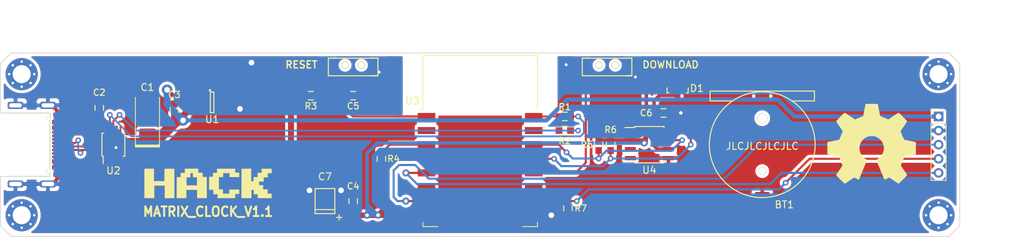
<source format=kicad_pcb>
(kicad_pcb (version 20171130) (host pcbnew "(5.1.4)-1")
  (layers (0 F.Cu signal) (31 B.Cu signal) (34 B.Paste user) (35 F.Paste user) (36 B.SilkS user) (37 F.SilkS user) (38 B.Mask user) (39 F.Mask user) (44 Edge.Cuts user))
  (net 0 "")
  (net 1 GND)
  (net 2 +3V3)
  (net 3 +5V)
  (net 4 "Net-(R1-Pad1)")
  (net 5 "Net-(R2-Pad1)")
  (net 6 "Net-(U1-Pad4)")
  (net 7 /USB_D-)
  (net 8 /USB_D+)
  (net 9 "Net-(P3-PadA5)")
  (net 10 "Net-(P3-PadB5)")
  (net 11 "Net-(C2-Pad2)")
  (net 12 "Net-(U2-Pad4)")
  (net 13 "Net-(U2-Pad5)")
  (net 14 "Net-(U2-Pad6)")
  (net 15 "Net-(BT1-Pad1)")
  (net 16 "Net-(C5-Pad2)")
  (net 17 "Net-(C6-Pad2)")
  (net 18 /DIN)
  (net 19 /CS)
  (net 20 /CLK)
  (net 21 /RXD)
  (net 22 /TXD)
  (net 23 "Net-(R4-Pad1)")
  (net 24 /SDA)
  (net 25 /SCL)
  (net 26 "Net-(U3-Pad2)")
  (net 27 "Net-(U3-Pad4)")
  (net 28 "Net-(U3-Pad6)")
  (net 29 "Net-(U3-Pad9)")
  (net 30 "Net-(U3-Pad10)")
  (net 31 "Net-(U3-Pad11)")
  (net 32 "Net-(U3-Pad12)")
  (net 33 "Net-(U3-Pad13)")
  (net 34 "Net-(U3-Pad14)")
  (net 35 "Net-(U3-Pad17)")
  (net 36 "Net-(U4-Pad1)")
  (net 37 "Net-(U4-Pad3)")
  (net 38 "Net-(U4-Pad4)")
  (net 39 "Net-(SW2-Pad2)")
  (module NewLibCool:Tan-6032-20_AVX-F_NEW (layer F.Cu) (at 52.83 96.29 90)
    (fp_text reference C1 (at 4.42 0 180) (layer F.SilkS))
    (fp_text value 100uF)
    (pad 2 smd roundrect (at 2.4625 0 90) (size 2.075 2.35) (layers F.Cu F.Paste F.Mask) (roundrect_rratio 0.120482) (net 1 GND))
    (pad 1 smd roundrect (at -2.4625 0 90) (size 2.075 2.35) (layers F.Cu F.Paste F.Mask) (roundrect_rratio 0.120482) (net 3 +5V))
  )
  (module NewLibCool:O_2.5mm (layer F.Cu) (at 165 110)
    (fp_text reference REF** hide)
    (fp_text value O_2.5mm)
    (pad 1 thru_hole circle (at 1.26 -1.26) (size 0.6 0.6) (drill 0.35) (layers *.Cu *.Mask))
    (pad 1 thru_hole circle (at 1.78 0) (size 0.6 0.6) (drill 0.35) (layers *.Cu *.Mask))
    (pad 1 thru_hole circle (at 0 0) (size 4.56 4.56) (drill 2.56) (layers *.Cu *.Mask))
    (pad 1 thru_hole circle (at 1.26 1.26) (size 0.6 0.6) (drill 0.35) (layers *.Cu *.Mask))
    (pad 1 thru_hole circle (at 0 1.78) (size 0.6 0.6) (drill 0.35) (layers *.Cu *.Mask))
    (pad 1 thru_hole circle (at -1.78 0) (size 0.6 0.6) (drill 0.35) (layers *.Cu *.Mask))
    (pad 1 thru_hole circle (at -1.26 1.26) (size 0.6 0.6) (drill 0.35) (layers *.Cu *.Mask))
    (pad 1 thru_hole circle (at 0 -1.78) (size 0.6 0.6) (drill 0.35) (layers *.Cu *.Mask))
    (pad 1 thru_hole circle (at -1.26 -1.26) (size 0.6 0.6) (drill 0.35) (layers *.Cu *.Mask))
  )
  (module NewLibCool:O_2.5mm (layer F.Cu) (at 165 90)
    (fp_text reference REF** hide)
    (fp_text value O_2.5mm)
    (pad 1 thru_hole circle (at -1.26 -1.26) (size 0.6 0.6) (drill 0.35) (layers *.Cu *.Mask))
    (pad 1 thru_hole circle (at 0 -1.78) (size 0.6 0.6) (drill 0.35) (layers *.Cu *.Mask))
    (pad 1 thru_hole circle (at -1.26 1.26) (size 0.6 0.6) (drill 0.35) (layers *.Cu *.Mask))
    (pad 1 thru_hole circle (at -1.78 0) (size 0.6 0.6) (drill 0.35) (layers *.Cu *.Mask))
    (pad 1 thru_hole circle (at 0 1.78) (size 0.6 0.6) (drill 0.35) (layers *.Cu *.Mask))
    (pad 1 thru_hole circle (at 1.26 1.26) (size 0.6 0.6) (drill 0.35) (layers *.Cu *.Mask))
    (pad 1 thru_hole circle (at 0 0) (size 4.56 4.56) (drill 2.56) (layers *.Cu *.Mask))
    (pad 1 thru_hole circle (at 1.78 0) (size 0.6 0.6) (drill 0.35) (layers *.Cu *.Mask))
    (pad 1 thru_hole circle (at 1.26 -1.26) (size 0.6 0.6) (drill 0.35) (layers *.Cu *.Mask))
  )
  (module NewLibCool:O_2.5mm (layer F.Cu) (at 35 110)
    (fp_text reference REF** hide)
    (fp_text value O_2.5mm)
    (pad 1 thru_hole circle (at -1.26 -1.26) (size 0.6 0.6) (drill 0.35) (layers *.Cu *.Mask))
    (pad 1 thru_hole circle (at 0 -1.78) (size 0.6 0.6) (drill 0.35) (layers *.Cu *.Mask))
    (pad 1 thru_hole circle (at -1.26 1.26) (size 0.6 0.6) (drill 0.35) (layers *.Cu *.Mask))
    (pad 1 thru_hole circle (at -1.78 0) (size 0.6 0.6) (drill 0.35) (layers *.Cu *.Mask))
    (pad 1 thru_hole circle (at 0 1.78) (size 0.6 0.6) (drill 0.35) (layers *.Cu *.Mask))
    (pad 1 thru_hole circle (at 1.26 1.26) (size 0.6 0.6) (drill 0.35) (layers *.Cu *.Mask))
    (pad 1 thru_hole circle (at 0 0) (size 4.56 4.56) (drill 2.56) (layers *.Cu *.Mask))
    (pad 1 thru_hole circle (at 1.78 0) (size 0.6 0.6) (drill 0.35) (layers *.Cu *.Mask))
    (pad 1 thru_hole circle (at 1.26 -1.26) (size 0.6 0.6) (drill 0.35) (layers *.Cu *.Mask))
  )
  (module NewLibCool:O_2.5mm (layer F.Cu) (at 35 90)
    (fp_text reference REF** hide)
    (fp_text value O_2.5mm)
    (pad 1 thru_hole circle (at 1.26 -1.26) (size 0.6 0.6) (drill 0.35) (layers *.Cu *.Mask))
    (pad 1 thru_hole circle (at 1.78 0) (size 0.6 0.6) (drill 0.35) (layers *.Cu *.Mask))
    (pad 1 thru_hole circle (at 0 0) (size 4.56 4.56) (drill 2.56) (layers *.Cu *.Mask))
    (pad 1 thru_hole circle (at 1.26 1.26) (size 0.6 0.6) (drill 0.35) (layers *.Cu *.Mask))
    (pad 1 thru_hole circle (at 0 1.78) (size 0.6 0.6) (drill 0.35) (layers *.Cu *.Mask))
    (pad 1 thru_hole circle (at -1.78 0) (size 0.6 0.6) (drill 0.35) (layers *.Cu *.Mask))
    (pad 1 thru_hole circle (at -1.26 1.26) (size 0.6 0.6) (drill 0.35) (layers *.Cu *.Mask))
    (pad 1 thru_hole circle (at 0 -1.78) (size 0.6 0.6) (drill 0.35) (layers *.Cu *.Mask))
    (pad 1 thru_hole circle (at -1.26 -1.26) (size 0.6 0.6) (drill 0.35) (layers *.Cu *.Mask))
  )
  (module Package_SO:TSSOP-10_3x3mm_P0.5mm (layer F.Cu) (at 48 100 90)
    (fp_text reference U2 (at -3.68 0.01 180) (layer F.SilkS))
    (fp_text value CH340E hide)
    (pad 1 smd rect (at -2.15 -1 90) (size 1.1 0.25) (layers F.Cu F.Paste F.Mask) (net 8 /USB_D+))
    (pad 2 smd rect (at -2.15 -0.5 90) (size 1.1 0.25) (layers F.Cu F.Paste F.Mask) (net 7 /USB_D-))
    (pad 3 smd rect (at -2.15 0 90) (size 1.1 0.25) (layers F.Cu F.Paste F.Mask) (net 1 GND))
    (pad 4 smd rect (at -2.15 0.5 90) (size 1.1 0.25) (layers F.Cu F.Paste F.Mask) (net 12 "Net-(U2-Pad4)"))
    (pad 5 smd rect (at -2.15 1 90) (size 1.1 0.25) (layers F.Cu F.Paste F.Mask) (net 13 "Net-(U2-Pad5)"))
    (pad 6 smd rect (at 2.15 1 90) (size 1.1 0.25) (layers F.Cu F.Paste F.Mask) (net 14 "Net-(U2-Pad6)"))
    (pad 7 smd rect (at 2.15 0.5 90) (size 1.1 0.25) (layers F.Cu F.Paste F.Mask) (net 3 +5V))
    (pad 8 smd rect (at 2.15 0 90) (size 1.1 0.25) (layers F.Cu F.Paste F.Mask) (net 5 "Net-(R2-Pad1)"))
    (pad 9 smd rect (at 2.15 -0.5 90) (size 1.1 0.25) (layers F.Cu F.Paste F.Mask) (net 4 "Net-(R1-Pad1)"))
    (pad 10 smd rect (at 2.15 -1 90) (size 1.1 0.25) (layers F.Cu F.Paste F.Mask) (net 11 "Net-(C2-Pad2)"))
  )
  (module NewLibCool:CON1 (layer F.Cu) (at 38.15 97.82 90)
    (fp_text reference P665 hide)
    (fp_text value CON_1 hide)
    (pad 1 thru_hole circle (at 1.57 0.65 90) (size 0.62 0.62) (drill 0.6) (layers *.Cu *.Mask F.SilkS))
  )
  (module NewLibCool:USB-Type-C (layer F.Cu) (at 40 100 270)
    (fp_text reference P3 hide)
    (fp_text value USB_C_Plug_USB2.0 hide)
    (pad A6 smd rect (at -0.25 0 270) (size 0.3 1.4) (layers F.Cu F.Paste F.Mask) (net 8 /USB_D+))
    (pad A4 smd rect (at -2.4 0 270) (size 0.6 1.4) (layers F.Cu F.Paste F.Mask) (net 3 +5V))
    (pad A5 smd rect (at -1.75 0 270) (size 0.3 1.4) (layers F.Cu F.Paste F.Mask) (net 9 "Net-(P3-PadA5)"))
    (pad B5 smd rect (at 1.25 0 270) (size 0.3 1.4) (layers F.Cu F.Paste F.Mask) (net 10 "Net-(P3-PadB5)"))
    (pad S1 thru_hole roundrect (at -5.575 5.88 270) (size 1 2.2) (drill oval 0.6 1.8) (layers *.Cu *.Mask) (net 1 GND))
    (pad A7 smd rect (at -0.75 0 270) (size 0.3 1.4) (layers F.Cu F.Paste F.Mask) (net 7 /USB_D-))
    (pad S1 thru_hole roundrect (at 5.575 1.28 270) (size 1 2.2) (drill oval 0.6 1.8) (layers *.Cu *.Mask) (net 1 GND))
    (pad A1 smd rect (at -3.2 0 270) (size 0.6 1.4) (layers F.Cu F.Paste F.Mask) (net 1 GND))
    (pad S1 thru_hole roundrect (at 5.575 5.88 270) (size 1 2.2) (drill oval 0.6 1.8) (layers *.Cu *.Mask) (net 1 GND))
    (pad A4 smd rect (at 2.4 0 270) (size 0.6 1.4) (layers F.Cu F.Paste F.Mask) (net 3 +5V))
    (pad A6 smd rect (at 0.75 0 270) (size 0.3 1.4) (layers F.Cu F.Paste F.Mask) (net 8 /USB_D+))
    (pad A5 smd rect (at -1.25 0 270) (size 0.3 1.4) (layers F.Cu F.Paste F.Mask) (net 9 "Net-(P3-PadA5)"))
    (pad S1 thru_hole roundrect (at -5.575 1.28 270) (size 1 2.2) (drill oval 0.6 1.8) (layers *.Cu *.Mask) (net 1 GND))
    (pad S1 smd rect (at 3.2 0 270) (size 0.6 1.4) (layers F.Cu F.Paste F.Mask) (net 1 GND))
    (pad A7 smd rect (at 0.25 0 270) (size 0.3 1.4) (layers F.Cu F.Paste F.Mask) (net 7 /USB_D-))
    (pad B5 smd rect (at 1.75 0 270) (size 0.3 1.4) (layers F.Cu F.Paste F.Mask) (net 10 "Net-(P3-PadB5)"))
  )
  (module NewLibCool:CON1 (layer F.Cu) (at 38.15 102.82 90)
    (fp_text reference P666 hide)
    (fp_text value CON_1 hide)
    (pad 1 thru_hole circle (at -0.93 0.65 90) (size 0.62 0.62) (drill 0.6) (layers *.Cu *.Mask F.SilkS))
  )
  (module NewLibCool:CR1220-SMD (layer F.Cu) (at 140 100 90)
    (fp_text reference BT1 (at -8.5 3.13 180) (layer F.SilkS))
    (fp_text value "BATTERY(M)")
    (pad 2 smd rect (at -8.5 0 90) (size 3.6 2) (layers F.Cu F.Paste F.Mask) (net 1 GND))
    (pad 1 smd rect (at 8.5 0 90) (size 3.6 2) (layers F.Cu F.Paste F.Mask) (net 15 "Net-(BT1-Pad1)"))
    (pad 0 thru_hole circle (at -3.75 0 90) (size 1.1 1.1) (drill 1) (layers *.Cu *.Mask F.SilkS))
    (pad 0 thru_hole circle (at 3.75 0 90) (size 1.4 1.4) (drill 1.3) (layers *.Cu *.Mask F.SilkS))
  )
  (module NewLibCool:0603_C (layer F.Cu) (at 46 94.78 270)
    (fp_text reference C2 (at -2.18 0) (layer F.SilkS) (effects (font (size 0.9 0.9))))
    (fp_text value 0.1uF hide)
    (pad 1 smd rect (at -0.82 0 270) (size 0.965 0.92) (layers F.Cu F.Paste F.Mask) (net 1 GND))
    (pad 2 smd rect (at 0.82 0 270) (size 0.965 0.92) (layers F.Cu F.Paste F.Mask) (net 11 "Net-(C2-Pad2)"))
  )
  (module NewLibCool:0603_C (layer F.Cu) (at 56.65 95.08 270)
    (fp_text reference C3 (at -2.16 0) (layer F.SilkS) (effects (font (size 0.9 0.9))))
    (fp_text value 1uF hide)
    (pad 2 smd rect (at 0.82 0 270) (size 0.965 0.92) (layers F.Cu F.Paste F.Mask) (net 3 +5V))
    (pad 1 smd rect (at -0.82 0 270) (size 0.965 0.92) (layers F.Cu F.Paste F.Mask) (net 1 GND))
  )
  (module NewLibCool:0603_C (layer F.Cu) (at 82 108 270)
    (fp_text reference C4 (at -2.11 0) (layer F.SilkS) (effects (font (size 0.9 0.9))))
    (fp_text value 1uF hide)
    (pad 1 smd rect (at -0.82 0 270) (size 0.965 0.92) (layers F.Cu F.Paste F.Mask) (net 1 GND))
    (pad 2 smd rect (at 0.82 0 270) (size 0.965 0.92) (layers F.Cu F.Paste F.Mask) (net 2 +3V3))
  )
  (module NewLibCool:0603_C (layer F.Cu) (at 126 95.5 180)
    (fp_text reference C6 (at 2.45 0) (layer F.SilkS) (effects (font (size 0.9 0.9))))
    (fp_text value 0.1uF hide)
    (pad 2 smd rect (at 0.82 0 180) (size 0.965 0.92) (layers F.Cu F.Paste F.Mask) (net 17 "Net-(C6-Pad2)"))
    (pad 1 smd rect (at -0.82 0 180) (size 0.965 0.92) (layers F.Cu F.Paste F.Mask) (net 1 GND))
  )
  (module NewLibCool:SOT-23 (layer F.Cu) (at 128 92 180)
    (fp_text reference D1 (at -2.73 -0.01 180) (layer F.SilkS))
    (fp_text value BAT54C)
    (pad 1 smd rect (at -0.95 1.00076 180) (size 0.8001 0.8001) (layers F.Cu F.Paste F.Mask) (net 15 "Net-(BT1-Pad1)"))
    (pad 2 smd rect (at 0.95 1.00076 180) (size 0.8001 0.8001) (layers F.Cu F.Paste F.Mask) (net 2 +3V3))
    (pad 3 smd rect (at 0 -0.99822 180) (size 0.8001 0.8001) (layers F.Cu F.Paste F.Mask) (net 17 "Net-(C6-Pad2)"))
  )
  (module Connector_PinHeader_2.00mm:PinHeader_1x05_P2.00mm_Vertical (layer F.Cu) (at 165 96)
    (fp_text reference J1 hide)
    (fp_text value Conn_01x05_Male)
    (pad 1 thru_hole rect (at 0 0) (size 1.35 1.35) (drill 0.8) (layers *.Cu *.Mask) (net 3 +5V))
    (pad 2 thru_hole oval (at 0 2) (size 1.35 1.35) (drill 0.8) (layers *.Cu *.Mask) (net 1 GND))
    (pad 3 thru_hole oval (at 0 4) (size 1.35 1.35) (drill 0.8) (layers *.Cu *.Mask) (net 18 /DIN))
    (pad 4 thru_hole oval (at 0 6) (size 1.35 1.35) (drill 0.8) (layers *.Cu *.Mask) (net 19 /CS))
    (pad 5 thru_hole oval (at 0 8) (size 1.35 1.35) (drill 0.8) (layers *.Cu *.Mask) (net 20 /CLK))
  )
  (module NewLibCool:0603_R (layer F.Cu) (at 112 96 180)
    (fp_text reference R1 (at 0 1.35) (layer F.SilkS) (effects (font (size 0.9 0.9))))
    (fp_text value "RES(M)" hide)
    (pad 1 smd rect (at -0.82 0 180) (size 0.965 0.92) (layers F.Cu F.Paste F.Mask) (net 4 "Net-(R1-Pad1)"))
    (pad 2 smd rect (at 0.82 0 180) (size 0.965 0.92) (layers F.Cu F.Paste F.Mask) (net 21 /RXD))
  )
  (module NewLibCool:0603_R (layer F.Cu) (at 112 98 180)
    (fp_text reference R2 (at 0 -1.47) (layer F.SilkS) (effects (font (size 0.9 0.9))))
    (fp_text value "RES(M)" hide)
    (pad 2 smd rect (at 0.82 0 180) (size 0.965 0.92) (layers F.Cu F.Paste F.Mask) (net 22 /TXD))
    (pad 1 smd rect (at -0.82 0 180) (size 0.965 0.92) (layers F.Cu F.Paste F.Mask) (net 5 "Net-(R2-Pad1)"))
  )
  (module NewLibCool:0603_R (layer F.Cu) (at 76 93.05 180)
    (fp_text reference R3 (at 0 -1.48) (layer F.SilkS) (effects (font (size 0.9 0.9))))
    (fp_text value 10K hide)
    (pad 2 smd rect (at 0.82 0 180) (size 0.965 0.92) (layers F.Cu F.Paste F.Mask) (net 2 +3V3))
    (pad 1 smd rect (at -0.82 0 180) (size 0.965 0.92) (layers F.Cu F.Paste F.Mask) (net 16 "Net-(C5-Pad2)"))
  )
  (module NewLibCool:0603_R (layer F.Cu) (at 86 102 270)
    (fp_text reference R4 (at 0 -1.72) (layer F.SilkS) (effects (font (size 0.9 0.9))))
    (fp_text value 10K hide)
    (pad 1 smd rect (at -0.82 0 270) (size 0.965 0.92) (layers F.Cu F.Paste F.Mask) (net 23 "Net-(R4-Pad1)"))
    (pad 2 smd rect (at 0.82 0 270) (size 0.965 0.92) (layers F.Cu F.Paste F.Mask) (net 2 +3V3))
  )
  (module NewLibCool:0603_R (layer F.Cu) (at 116.8 100 90)
    (fp_text reference R5 (at 0 -1.67 180) (layer F.SilkS) (effects (font (size 0.9 0.9))))
    (fp_text value 10K hide)
    (pad 2 smd rect (at 0.82 0 90) (size 0.965 0.92) (layers F.Cu F.Paste F.Mask) (net 2 +3V3))
    (pad 1 smd rect (at -0.82 0 90) (size 0.965 0.92) (layers F.Cu F.Paste F.Mask) (net 24 /SDA))
  )
  (module NewLibCool:0603_R (layer F.Cu) (at 118.5 100 90)
    (fp_text reference R6 (at 2.12 0 180) (layer F.SilkS) (effects (font (size 0.9 0.9))))
    (fp_text value 10K hide)
    (pad 1 smd rect (at -0.82 0 90) (size 0.965 0.92) (layers F.Cu F.Paste F.Mask) (net 25 /SCL))
    (pad 2 smd rect (at 0.82 0 90) (size 0.965 0.92) (layers F.Cu F.Paste F.Mask) (net 2 +3V3))
  )
  (module NewLibCool:SWITCH_PUSH (layer F.Cu) (at 82 89.5 180)
    (fp_text reference SW1 hide)
    (fp_text value switch hide)
    (pad 0 thru_hole circle (at 1.13731 0.7682 180) (size 1 1) (drill 0.8) (layers *.Cu *.Mask F.SilkS))
    (pad 0 thru_hole circle (at -1.16271 0.7682 180) (size 1 1) (drill 0.8) (layers *.Cu *.Mask F.Paste F.SilkS))
    (pad 1 smd rect (at 3.5814 0.8318 180) (size 2 1) (layers F.Cu F.Paste F.Mask) (net 1 GND))
    (pad 1 smd rect (at -3.5814 0.8318 180) (size 2 1) (layers F.Cu F.Paste F.Mask) (net 1 GND))
    (pad 2 smd rect (at 2.11272 -0.8318 180) (size 1.5 1.4) (layers F.Cu F.Paste F.Mask) (net 16 "Net-(C5-Pad2)"))
    (pad 1 smd rect (at -2.11272 -0.8318 180) (size 1.5 1.4) (layers F.Cu F.Paste F.Mask) (net 1 GND))
  )
  (module NewLibCool:SOT23-5 (layer F.Cu) (at 62 94)
    (fp_text reference U1 (at 0.01 2.42) (layer F.SilkS))
    (fp_text value SPX3819)
    (pad 1 smd rect (at -1.1 -0.95) (size 1.06 0.65) (layers F.Cu F.Paste F.Mask) (net 3 +5V))
    (pad 2 smd rect (at -1.1 0) (size 1.06 0.65) (layers F.Cu F.Paste F.Mask) (net 1 GND))
    (pad 3 smd rect (at -1.1 0.95) (size 1.06 0.65) (layers F.Cu F.Paste F.Mask) (net 3 +5V))
    (pad 4 smd rect (at 1.1 0.95) (size 1.06 0.65) (layers F.Cu F.Paste F.Mask) (net 6 "Net-(U1-Pad4)"))
    (pad 5 smd rect (at 1.1 -0.95) (size 1.06 0.65) (layers F.Cu F.Paste F.Mask) (net 2 +3V3))
  )
  (module RF_Module:ESP-12E (layer F.Cu) (at 100 99.5)
    (fp_text reference U3 (at -9.6 -5.7) (layer F.SilkS))
    (fp_text value ESP-12)
    (pad 1 smd rect (at -7.6 -3.5) (size 2.5 1) (layers F.Cu F.Paste F.Mask) (net 16 "Net-(C5-Pad2)"))
    (pad 2 smd rect (at -7.6 -1.5) (size 2.5 1) (layers F.Cu F.Paste F.Mask) (net 26 "Net-(U3-Pad2)"))
    (pad 3 smd rect (at -7.6 0.5) (size 2.5 1) (layers F.Cu F.Paste F.Mask) (net 23 "Net-(R4-Pad1)"))
    (pad 4 smd rect (at -7.6 2.5) (size 2.5 1) (layers F.Cu F.Paste F.Mask) (net 27 "Net-(U3-Pad4)"))
    (pad 5 smd rect (at -7.6 4.5) (size 2.5 1) (layers F.Cu F.Paste F.Mask) (net 20 /CLK))
    (pad 6 smd rect (at -7.6 6.5) (size 2.5 1) (layers F.Cu F.Paste F.Mask) (net 28 "Net-(U3-Pad6)"))
    (pad 7 smd rect (at -7.6 8.5) (size 2.5 1) (layers F.Cu F.Paste F.Mask) (net 18 /DIN))
    (pad 8 smd rect (at -7.6 10.5) (size 2.5 1) (layers F.Cu F.Paste F.Mask) (net 2 +3V3))
    (pad 9 smd rect (at -5 12) (size 1 1.8) (layers F.Cu F.Paste F.Mask) (net 29 "Net-(U3-Pad9)"))
    (pad 10 smd rect (at -3 12) (size 1 1.8) (layers F.Cu F.Paste F.Mask) (net 30 "Net-(U3-Pad10)"))
    (pad 11 smd rect (at -1 12) (size 1 1.8) (layers F.Cu F.Paste F.Mask) (net 31 "Net-(U3-Pad11)"))
    (pad 12 smd rect (at 1 12) (size 1 1.8) (layers F.Cu F.Paste F.Mask) (net 32 "Net-(U3-Pad12)"))
    (pad 13 smd rect (at 3 12) (size 1 1.8) (layers F.Cu F.Paste F.Mask) (net 33 "Net-(U3-Pad13)"))
    (pad 14 smd rect (at 5 12) (size 1 1.8) (layers F.Cu F.Paste F.Mask) (net 34 "Net-(U3-Pad14)"))
    (pad 15 smd rect (at 7.6 10.5) (size 2.5 1) (layers F.Cu F.Paste F.Mask) (net 1 GND))
    (pad 16 smd rect (at 7.6 8.5) (size 2.5 1) (layers F.Cu F.Paste F.Mask) (net 19 /CS))
    (pad 17 smd rect (at 7.6 6.5) (size 2.5 1) (layers F.Cu F.Paste F.Mask) (net 35 "Net-(U3-Pad17)"))
    (pad 18 smd rect (at 7.6 4.5) (size 2.5 1) (layers F.Cu F.Paste F.Mask) (net 39 "Net-(SW2-Pad2)"))
    (pad 19 smd rect (at 7.6 2.5) (size 2.5 1) (layers F.Cu F.Paste F.Mask) (net 25 /SCL))
    (pad 20 smd rect (at 7.6 0.5) (size 2.5 1) (layers F.Cu F.Paste F.Mask) (net 24 /SDA))
    (pad 21 smd rect (at 7.6 -1.5) (size 2.5 1) (layers F.Cu F.Paste F.Mask) (net 22 /TXD))
    (pad 22 smd rect (at 7.6 -3.5) (size 2.5 1) (layers F.Cu F.Paste F.Mask) (net 21 /RXD))
  )
  (module NewLibCool:SOP-8 (layer F.Cu) (at 124 100)
    (fp_text reference U4 (at 0 3.6) (layer F.SilkS))
    (fp_text value DS3231MZ+)
    (pad 1 smd rect (at -2.7 -1.905) (size 1.55 0.6) (layers F.Cu F.Paste F.Mask) (net 36 "Net-(U4-Pad1)"))
    (pad 2 smd rect (at -2.7 -0.635) (size 1.55 0.6) (layers F.Cu F.Paste F.Mask) (net 2 +3V3))
    (pad 3 smd rect (at -2.7 0.635) (size 1.55 0.6) (layers F.Cu F.Paste F.Mask) (net 37 "Net-(U4-Pad3)"))
    (pad 4 smd rect (at -2.7 1.905) (size 1.55 0.6) (layers F.Cu F.Paste F.Mask) (net 38 "Net-(U4-Pad4)"))
    (pad 5 smd rect (at 2.7 1.905) (size 1.55 0.6) (layers F.Cu F.Paste F.Mask) (net 1 GND))
    (pad 6 smd rect (at 2.7 0.635) (size 1.55 0.6) (layers F.Cu F.Paste F.Mask) (net 17 "Net-(C6-Pad2)"))
    (pad 7 smd rect (at 2.7 -0.635) (size 1.55 0.6) (layers F.Cu F.Paste F.Mask) (net 24 /SDA))
    (pad 8 smd rect (at 2.7 -1.905) (size 1.55 0.6) (layers F.Cu F.Paste F.Mask) (net 25 /SCL))
  )
  (module NewLibCool:0603_C (layer F.Cu) (at 82 93.05 180)
    (fp_text reference C5 (at 0 -1.48) (layer F.SilkS) (effects (font (size 0.9 0.9))))
    (fp_text value 0.1uF hide)
    (pad 2 smd rect (at 0.82 0 180) (size 0.965 0.92) (layers F.Cu F.Paste F.Mask) (net 16 "Net-(C5-Pad2)"))
    (pad 1 smd rect (at -0.82 0 180) (size 0.965 0.92) (layers F.Cu F.Paste F.Mask) (net 1 GND))
  )
  (module NewLibCool:TantalC_SizeT_3528 (layer F.Cu) (at 78 108 270)
    (fp_text reference C7 (at -3.47 0) (layer F.SilkS))
    (fp_text value 100uF)
    (pad 2 smd rect (at -1.524 0 270) (size 1.95072 2.49936) (layers F.Cu F.Paste F.Mask) (net 1 GND))
    (pad 1 smd rect (at 1.524 0 270) (size 1.95072 2.49936) (layers F.Cu F.Paste F.Mask) (net 2 +3V3))
  )
  (module NewLibCool:LOGO_OPENHARD_14.8MM (layer F.Cu) (at 155.5 100)
    (fp_text reference G*** hide)
    (fp_text value LOGO hide)
  )
  (module NewLibCool:LOGO_HACK_18MM (layer F.Cu) (at 61.42 105.5)
    (fp_text reference G*** hide)
    (fp_text value LOGO hide)
  )
  (module NewLibCool:0603_R (layer F.Cu) (at 112.45 109.02 90)
    (fp_text reference R7 (at 0 1.81 180) (layer F.SilkS) (effects (font (size 0.9 0.9))))
    (fp_text value 10K hide)
    (pad 2 smd rect (at 0.82 0 90) (size 0.965 0.92) (layers F.Cu F.Paste F.Mask) (net 19 /CS))
    (pad 1 smd rect (at -0.82 0 90) (size 0.965 0.92) (layers F.Cu F.Paste F.Mask) (net 1 GND))
  )
  (module NewLibCool:SWITCH_PUSH (layer F.Cu) (at 118 89.5 180)
    (fp_text reference SW2 hide)
    (fp_text value switch hide)
    (pad 1 smd rect (at -2.11272 -0.8318 180) (size 1.5 1.4) (layers F.Cu F.Paste F.Mask) (net 1 GND))
    (pad 2 smd rect (at 2.11272 -0.8318 180) (size 1.5 1.4) (layers F.Cu F.Paste F.Mask) (net 39 "Net-(SW2-Pad2)"))
    (pad 1 smd rect (at -3.5814 0.8318 180) (size 2 1) (layers F.Cu F.Paste F.Mask) (net 1 GND))
    (pad 1 smd rect (at 3.5814 0.8318 180) (size 2 1) (layers F.Cu F.Paste F.Mask) (net 1 GND))
    (pad 0 thru_hole circle (at -1.16271 0.7682 180) (size 1 1) (drill 0.8) (layers *.Cu *.Mask F.Paste F.SilkS))
    (pad 0 thru_hole circle (at 1.13731 0.7682 180) (size 1 1) (drill 0.8) (layers *.Cu *.Mask F.SilkS))
  )
  (gr_text + (at 80.01 110.24) (layer F.SilkS) (effects (font (size 1 1))))
  (gr_text JLCJLCJLCJLC (at 140 100.21) (layer F.SilkS) (effects (font (size 1 1))))
  (gr_text MATRIX_CLOCK_V1.1 (at 61.42 109.5) (layer F.SilkS) (effects (font (size 1.36 1.24) (thickness 0.28))))
  (gr_text RESET (at 74.66 88.66) (layer F.SilkS) (effects (font (size 1 1) (thickness 0.2))))
  (gr_text DOWNLOAD (at 127 88.66) (layer F.SilkS) (effects (font (size 1 1) (thickness 0.18))))
  (gr_line (start 32 88.5) (end 32 95.5) (layer Edge.Cuts) (width 0.1))
  (gr_line (start 168 111.5) (end 166.5 113) (layer Edge.Cuts) (width 0.1))
  (gr_line (start 32 111.5) (end 33.5 113) (layer Edge.Cuts) (width 0.1))
  (gr_line (start 166.5 87) (end 168 88.5) (layer Edge.Cuts) (width 0.1))
  (gr_line (start 32 88.5) (end 33.5 87) (layer Edge.Cuts) (width 0.1))
  (gr_line (start 168 88.5) (end 168 111.5) (layer Edge.Cuts) (width 0.1))
  (gr_line (start 32 104.5) (end 32 111.5) (layer Edge.Cuts) (width 0.1))
  (gr_line (start 33.5 113) (end 166.5 113) (layer Edge.Cuts) (width 0.1))
  (gr_line (start 33.5 87) (end 166.5 87) (layer Edge.Cuts) (width 0.1))
  (gr_line (start 32 104.5) (end 39 104.5) (angle 90) (layer Edge.Cuts) (width 0.1))
  (gr_line (start 39 95.5) (end 32 95.5) (angle 90) (layer Edge.Cuts) (width 0.1))
  (gr_line (start 39 104.5) (end 39 95.5) (angle 90) (layer Edge.Cuts) (width 0.1))
  (segment (start 34.12 94.425) (end 38.72 94.425) (width 0.5) (layer F.Cu) (net 1))
  (segment (start 49.23 94) (end 55.76 94) (width 0.5) (layer F.Cu) (net 1))
  (segment (start 55.76 94) (end 56.9 94) (width 0.5) (layer F.Cu) (net 1))
  (segment (start 48 102.15) (end 48 100.78) (width 0.254) (layer F.Cu) (net 1))
  (via (at 48.37 100.41) (size 0.8) (drill 0.4) (layers F.Cu B.Cu) (net 1))
  (segment (start 48 100.78) (end 48.37 100.41) (width 0.254) (layer F.Cu) (net 1))
  (segment (start 48.37 100.41) (end 45.43 100.41) (width 0.6) (layer B.Cu) (net 1))
  (segment (start 45.43 100.41) (end 45.09 100.75) (width 0.6) (layer B.Cu) (net 1))
  (segment (start 34.12 105.575) (end 38.72 105.575) (width 0.5) (layer F.Cu) (net 1))
  (segment (start 40 103.2) (end 40 104.94) (width 0.5) (layer F.Cu) (net 1))
  (segment (start 39.365 105.575) (end 38.72 105.575) (width 0.5) (layer F.Cu) (net 1))
  (segment (start 40 104.94) (end 39.365 105.575) (width 0.5) (layer F.Cu) (net 1))
  (segment (start 40 96.8) (end 40 95.14) (width 0.5) (layer F.Cu) (net 1))
  (segment (start 40 95.14) (end 39.285 94.425) (width 0.5) (layer F.Cu) (net 1))
  (segment (start 39.285 94.425) (end 38.72 94.425) (width 0.5) (layer F.Cu) (net 1))
  (segment (start 55.76 94) (end 60.9 94) (width 0.5) (layer F.Cu) (net 1))
  (segment (start 60.9 94) (end 56.91 94) (width 0.5) (layer F.Cu) (net 1))
  (segment (start 56.91 94) (end 56.65 94.26) (width 0.5) (layer F.Cu) (net 1))
  (segment (start 38.72 94.425) (end 41.66 94.425) (width 0.6) (layer B.Cu) (net 1))
  (segment (start 44.085 105.575) (end 38.72 105.575) (width 0.6) (layer B.Cu) (net 1))
  (segment (start 45.09 104.57) (end 44.085 105.575) (width 0.6) (layer B.Cu) (net 1))
  (segment (start 45.09 96.21) (end 45.09 99.39) (width 0.6) (layer B.Cu) (net 1))
  (segment (start 45.09 99.39) (end 45.09 100.75) (width 0.6) (layer B.Cu) (net 1))
  (segment (start 45.09 100.75) (end 45.09 104.57) (width 0.6) (layer B.Cu) (net 1))
  (segment (start 45.09 99.39) (end 45.09 100.07) (width 0.6) (layer B.Cu) (net 1))
  (segment (start 45.09 100.07) (end 45.43 100.41) (width 0.6) (layer B.Cu) (net 1))
  (segment (start 41.66 94.425) (end 43.995 94.425) (width 0.6) (layer B.Cu) (net 1))
  (segment (start 45.09 95.52) (end 45.09 96.21) (width 0.6) (layer B.Cu) (net 1))
  (segment (start 43.995 94.425) (end 45.09 95.52) (width 0.6) (layer B.Cu) (net 1))
  (segment (start 60.9 94) (end 62.47 94) (width 0.5) (layer F.Cu) (net 1))
  (segment (start 67.58 88.37) (end 67.5818 88.3682) (width 0.5) (layer F.Cu) (net 1))
  (via (at 67.58 88.37) (size 1.5) (drill 0.8) (layers F.Cu B.Cu) (net 1))
  (segment (start 65.95 90) (end 67.58 88.37) (width 0.5) (layer B.Cu) (net 1))
  (via (at 65.95 94.92) (size 1.5) (drill 0.8) (layers F.Cu B.Cu) (net 1))
  (segment (start 67.58 88.37) (end 70.92 88.37) (width 0.5) (layer B.Cu) (net 1))
  (segment (start 85.68 90.82) (end 85.68 89.72) (width 0.5) (layer B.Cu) (net 1))
  (via (at 85.68 89.72) (size 0.8) (drill 0.4) (layers F.Cu B.Cu) (net 1))
  (segment (start 70.92 88.37) (end 73.35 88.37) (width 0.5) (layer B.Cu) (net 1))
  (segment (start 85.06 91.44) (end 85.68 90.82) (width 0.5) (layer B.Cu) (net 1))
  (segment (start 76.42 91.44) (end 85.06 91.44) (width 0.5) (layer B.Cu) (net 1))
  (segment (start 73.35 88.37) (end 76.42 91.44) (width 0.5) (layer B.Cu) (net 1))
  (segment (start 49.23 94) (end 48.39 94) (width 0.5) (layer F.Cu) (net 1))
  (segment (start 42.07 96.8) (end 40 96.8) (width 0.5) (layer F.Cu) (net 1))
  (segment (start 44.87 94) (end 42.07 96.8) (width 0.5) (layer F.Cu) (net 1))
  (segment (start 46.88 94) (end 49.23 94) (width 0.5) (layer F.Cu) (net 1))
  (segment (start 48.39 94) (end 44.87 94) (width 0.5) (layer F.Cu) (net 1))
  (segment (start 48.39 94) (end 52.6575 94) (width 0.5) (layer F.Cu) (net 1))
  (segment (start 52.6575 94) (end 52.83 93.8275) (width 0.5) (layer F.Cu) (net 1))
  (segment (start 78 106.476) (end 80.28 106.476) (width 0.8) (layer F.Cu) (net 1))
  (segment (start 80.28 106.476) (end 81.296 106.476) (width 0.8) (layer F.Cu) (net 1))
  (segment (start 81.296 106.476) (end 82 107.18) (width 0.8) (layer F.Cu) (net 1))
  (via (at 80.28 106.476) (size 1.5) (drill 0.8) (layers F.Cu B.Cu) (net 1))
  (segment (start 80.28 106.476) (end 80.28 106.48) (width 0.8) (layer B.Cu) (net 1))
  (segment (start 78 106.476) (end 75.804 106.476) (width 0.8) (layer F.Cu) (net 1))
  (via (at 75.8 106.48) (size 1.5) (drill 0.8) (layers F.Cu B.Cu) (net 1))
  (segment (start 75.804 106.476) (end 75.8 106.48) (width 0.8) (layer F.Cu) (net 1))
  (segment (start 137.36 98) (end 165 98) (width 0.6) (layer B.Cu) (net 1))
  (segment (start 140 108.5) (end 128.51 108.5) (width 0.3) (layer F.Cu) (net 1))
  (segment (start 126.7 106.69) (end 126.7 101.905) (width 0.3) (layer F.Cu) (net 1))
  (segment (start 128.51 108.5) (end 126.7 106.69) (width 0.3) (layer F.Cu) (net 1))
  (via (at 128.46 95.5) (size 1) (drill 0.5) (layers F.Cu B.Cu) (net 1))
  (segment (start 107.6 110) (end 110.09 110) (width 0.8) (layer F.Cu) (net 1))
  (segment (start 110.09 110) (end 110.1 109.99) (width 0.3) (layer F.Cu) (net 1))
  (segment (start 110.09 110) (end 110.1 109.99) (width 0.8) (layer F.Cu) (net 1))
  (via (at 110.09 110) (size 1.5) (drill 0.8) (layers F.Cu B.Cu) (net 1))
  (segment (start 112.45 109.84) (end 112.29 110) (width 0.5) (layer F.Cu) (net 1))
  (segment (start 112.29 110) (end 110.09 110) (width 0.5) (layer F.Cu) (net 1))
  (segment (start 67.5818 88.3682) (end 67.58 88.37) (width 0.5) (layer F.Cu) (net 1))
  (segment (start 85.5814 88.3682) (end 85.5814 88.93) (width 0.3) (layer F.Cu) (net 1))
  (segment (start 85.5814 88.93) (end 85.5814 89.7486) (width 0.3) (layer F.Cu) (net 1))
  (segment (start 85.68 89.72) (end 85.5814 89.72) (width 0.5) (layer F.Cu) (net 1))
  (segment (start 85.5814 89.72) (end 85.5814 89.7486) (width 0.5) (layer F.Cu) (net 1))
  (segment (start 84.11272 90.0318) (end 84.11272 92) (width 0.3) (layer F.Cu) (net 1))
  (segment (start 84.11272 92) (end 84.11272 92.72728) (width 0.3) (layer F.Cu) (net 1))
  (segment (start 83.79 93.05) (end 82.82 93.05) (width 0.3) (layer F.Cu) (net 1))
  (segment (start 84.11272 92.72728) (end 83.79 93.05) (width 0.3) (layer F.Cu) (net 1))
  (segment (start 78.4186 88.6682) (end 67.8782 88.6682) (width 0.5) (layer F.Cu) (net 1))
  (segment (start 67.8782 88.6682) (end 67.58 88.37) (width 0.5) (layer F.Cu) (net 1))
  (segment (start 84.11272 90.3318) (end 84.11272 92.72728) (width 0.3) (layer F.Cu) (net 1))
  (segment (start 84.11272 90.3318) (end 85.4382 90.3318) (width 0.3) (layer F.Cu) (net 1))
  (segment (start 85.68 90.09) (end 85.68 89.72) (width 0.3) (layer F.Cu) (net 1))
  (segment (start 85.4382 90.3318) (end 85.68 90.09) (width 0.3) (layer F.Cu) (net 1))
  (segment (start 85.68 89.72) (end 85.68 88.7668) (width 0.3) (layer F.Cu) (net 1))
  (segment (start 85.68 88.7668) (end 85.5814 88.6682) (width 0.3) (layer F.Cu) (net 1))
  (segment (start 114.4186 88.6682) (end 114.4186 89.6914) (width 0.3) (layer F.Cu) (net 1))
  (segment (start 114.4186 89.6914) (end 114.38 89.73) (width 0.3) (layer F.Cu) (net 1))
  (segment (start 120.11272 90.3318) (end 121.9518 90.3318) (width 0.3) (layer F.Cu) (net 1))
  (segment (start 122.04 90.38) (end 122.04 90.32) (width 0.3) (layer B.Cu) (net 1))
  (segment (start 122.02 90.4) (end 122.04 90.38) (width 0.3) (layer B.Cu) (net 1))
  (via (at 122.02 90.4) (size 0.8) (drill 0.4) (layers F.Cu B.Cu) (net 1))
  (segment (start 121.9518 90.3318) (end 122.02 90.4) (width 0.3) (layer F.Cu) (net 1))
  (segment (start 121.5814 88.6682) (end 121.5814 89.9614) (width 0.3) (layer F.Cu) (net 1))
  (segment (start 121.5814 89.9614) (end 122.02 90.4) (width 0.3) (layer F.Cu) (net 1))
  (segment (start 114.4186 88.6682) (end 112.2082 88.6682) (width 0.3) (layer F.Cu) (net 1))
  (via (at 112.2 88.66) (size 0.8) (drill 0.4) (layers F.Cu B.Cu) (net 1))
  (segment (start 112.2082 88.6682) (end 112.2 88.66) (width 0.3) (layer F.Cu) (net 1))
  (segment (start 62.47 94) (end 65.03 94) (width 0.5) (layer F.Cu) (net 1))
  (segment (start 65.03 94) (end 65.95 94.92) (width 0.5) (layer F.Cu) (net 1))
  (segment (start 65.95 94.92) (end 65.95 90) (width 0.5) (layer B.Cu) (net 1))
  (segment (start 65.95 90) (end 67.58 88.37) (width 0.5) (layer B.Cu) (net 1))
  (segment (start 128.46 95.5) (end 126.82 95.5) (width 0.5) (layer F.Cu) (net 1))
  (segment (start 128.46 95.5) (end 134.86 95.5) (width 0.6) (layer B.Cu) (net 1))
  (segment (start 134.86 95.5) (end 137.36 98) (width 0.6) (layer B.Cu) (net 1))
  (segment (start 63.1 93.05) (end 70.99 93.05) (width 0.3) (layer F.Cu) (net 2))
  (segment (start 70.99 93.05) (end 71.76 93.05) (width 0.3) (layer F.Cu) (net 2))
  (segment (start 71.76 93.05) (end 71.95 93.05) (width 0.3) (layer F.Cu) (net 2))
  (segment (start 71.95 93.05) (end 72.73 93.05) (width 0.3) (layer F.Cu) (net 2))
  (segment (start 71.95 93.05) (end 73.18 93.05) (width 0.3) (layer F.Cu) (net 2))
  (segment (start 63.1 93.05) (end 73.18 93.05) (width 0.8) (layer F.Cu) (net 2))
  (segment (start 73.18 102.26) (end 73.18 94) (width 0.8) (layer F.Cu) (net 2))
  (segment (start 73.18 94) (end 73.18 93.05) (width 0.8) (layer F.Cu) (net 2))
  (segment (start 73.18 102.26) (end 73.18 106.15) (width 0.8) (layer F.Cu) (net 2))
  (segment (start 73.18 108.64) (end 73.18 108.2) (width 0.8) (layer F.Cu) (net 2))
  (segment (start 73.18 106.15) (end 73.18 108.2) (width 0.8) (layer F.Cu) (net 2))
  (segment (start 73.18 93.05) (end 73.18 102.26) (width 0.8) (layer F.Cu) (net 2))
  (segment (start 88.4 110) (end 88.29 110) (width 0.8) (layer F.Cu) (net 2))
  (segment (start 88.29 110) (end 87.5 110) (width 0.8) (layer F.Cu) (net 2))
  (segment (start 87.5 110) (end 86.4 110) (width 0.8) (layer F.Cu) (net 2))
  (segment (start 86.4 110) (end 86.8 110) (width 0.8) (layer F.Cu) (net 2))
  (segment (start 86.8 110) (end 84.64 110) (width 0.8) (layer F.Cu) (net 2))
  (segment (start 84.64 110) (end 83.97 110) (width 0.8) (layer F.Cu) (net 2))
  (segment (start 83.97 110) (end 83.13 110) (width 0.8) (layer F.Cu) (net 2))
  (segment (start 83.13 110) (end 82.79 110) (width 0.8) (layer F.Cu) (net 2))
  (segment (start 82.79 110) (end 80.77 110) (width 0.8) (layer F.Cu) (net 2))
  (segment (start 80.77 110) (end 80.05 110) (width 0.8) (layer F.Cu) (net 2))
  (segment (start 80.05 110) (end 78.476 110) (width 0.8) (layer F.Cu) (net 2))
  (segment (start 78.476 110) (end 78 109.524) (width 0.8) (layer F.Cu) (net 2))
  (segment (start 80.77 110) (end 75.82 110) (width 0.8) (layer F.Cu) (net 2))
  (segment (start 75.82 110) (end 74.54 110) (width 0.8) (layer F.Cu) (net 2))
  (segment (start 74.54 110) (end 73.18 108.64) (width 0.8) (layer F.Cu) (net 2))
  (segment (start 75.82 110) (end 77.524 110) (width 0.8) (layer F.Cu) (net 2))
  (segment (start 77.524 110) (end 78 109.524) (width 0.8) (layer F.Cu) (net 2))
  (segment (start 82 108.82) (end 82 109.21) (width 0.8) (layer F.Cu) (net 2))
  (segment (start 82 109.21) (end 82.79 110) (width 0.8) (layer F.Cu) (net 2))
  (segment (start 80.05 110) (end 81.15 110) (width 0.8) (layer F.Cu) (net 2))
  (segment (start 82 109.15) (end 82 108.82) (width 0.8) (layer F.Cu) (net 2))
  (segment (start 81.15 110) (end 82 109.15) (width 0.8) (layer F.Cu) (net 2))
  (via (at 83.97 110) (size 1) (drill 0.5) (layers F.Cu B.Cu) (net 2))
  (segment (start 83.97 110) (end 83.97 109.99) (width 0.254) (layer B.Cu) (net 2))
  (via (at 85.52 109.99) (size 1) (drill 0.5) (layers F.Cu B.Cu) (net 2))
  (segment (start 85.51 110) (end 85.52 109.99) (width 0.254) (layer F.Cu) (net 2))
  (segment (start 85.51 110) (end 85.52 109.99) (width 0.3) (layer B.Cu) (net 2))
  (segment (start 85.51 110) (end 85.52 109.99) (width 0.3) (layer B.Cu) (net 2))
  (segment (start 83.97 110) (end 85.51 110) (width 0.3) (layer B.Cu) (net 2))
  (segment (start 85.51 110) (end 85.52 109.99) (width 0.3) (layer B.Cu) (net 2))
  (segment (start 104.1 99.76) (end 108.21 99.76) (width 0.3) (layer B.Cu) (net 2))
  (segment (start 108.21 99.76) (end 112.7 99.76) (width 0.3) (layer B.Cu) (net 2))
  (segment (start 112.7 99.76) (end 113.81 99.76) (width 0.3) (layer B.Cu) (net 2))
  (segment (start 83.97 110) (end 85.51 110) (width 0.5) (layer B.Cu) (net 2))
  (segment (start 85.51 110) (end 85.52 109.99) (width 0.5) (layer B.Cu) (net 2))
  (segment (start 104.1 99.76) (end 113.81 99.76) (width 0.5) (layer B.Cu) (net 2))
  (segment (start 108.21 99.76) (end 88.35 99.76) (width 0.5) (layer B.Cu) (net 2))
  (segment (start 83.97 102.13) (end 83.97 107.14) (width 0.5) (layer B.Cu) (net 2))
  (segment (start 83.97 107.14) (end 83.97 108.31) (width 0.5) (layer B.Cu) (net 2))
  (segment (start 83.97 108.31) (end 83.97 108.97) (width 0.5) (layer B.Cu) (net 2))
  (segment (start 83.97 108.97) (end 83.97 110) (width 0.5) (layer B.Cu) (net 2))
  (segment (start 83.97 107.14) (end 83.97 108.44) (width 0.5) (layer B.Cu) (net 2))
  (segment (start 83.97 108.44) (end 85.52 109.99) (width 0.5) (layer B.Cu) (net 2))
  (segment (start 83.97 108.31) (end 83.97 108.92) (width 0.5) (layer B.Cu) (net 2))
  (segment (start 83.97 108.92) (end 84.38 109.33) (width 0.5) (layer B.Cu) (net 2))
  (segment (start 84.38 109.33) (end 84.74 109.69) (width 0.5) (layer B.Cu) (net 2))
  (segment (start 83.97 108.97) (end 83.97 109.24) (width 0.5) (layer B.Cu) (net 2))
  (segment (start 84.38 109.65) (end 84.38 109.33) (width 0.5) (layer B.Cu) (net 2))
  (segment (start 83.97 109.24) (end 84.38 109.65) (width 0.5) (layer B.Cu) (net 2))
  (segment (start 88.35 99.76) (end 85.41 99.76) (width 0.5) (layer B.Cu) (net 2))
  (segment (start 83.97 101.2) (end 83.97 102.13) (width 0.5) (layer B.Cu) (net 2))
  (segment (start 85.41 99.76) (end 83.97 101.2) (width 0.5) (layer B.Cu) (net 2))
  (segment (start 88.29 110) (end 92.4 110) (width 0.8) (layer F.Cu) (net 2))
  (segment (start 116.985 99.365) (end 116.8 99.18) (width 0.254) (layer F.Cu) (net 2))
  (segment (start 123.075 99.365) (end 121.3 99.365) (width 0.5) (layer F.Cu) (net 2))
  (segment (start 123.56 97.95) (end 123.56 98.88) (width 0.5) (layer F.Cu) (net 2))
  (segment (start 123.56 98.88) (end 123.075 99.365) (width 0.5) (layer F.Cu) (net 2))
  (segment (start 121.3 99.365) (end 116.985 99.365) (width 0.5) (layer F.Cu) (net 2))
  (segment (start 116.985 99.365) (end 116.8 99.18) (width 0.5) (layer F.Cu) (net 2))
  (segment (start 113.81 99.76) (end 118.07 99.76) (width 0.5) (layer B.Cu) (net 2))
  (via (at 123.27 99.76) (size 1) (drill 0.5) (layers F.Cu B.Cu) (net 2))
  (segment (start 118.36 99.76) (end 123.27 99.76) (width 0.5) (layer B.Cu) (net 2))
  (segment (start 118.07 99.76) (end 118.36 99.76) (width 0.5) (layer B.Cu) (net 2))
  (segment (start 123.27 99.76) (end 122.875 99.365) (width 0.5) (layer F.Cu) (net 2))
  (segment (start 121.3 99.365) (end 122.875 99.365) (width 0.5) (layer F.Cu) (net 2))
  (segment (start 122.875 99.365) (end 123.27 99.76) (width 0.5) (layer F.Cu) (net 2))
  (segment (start 123.56 97.95) (end 123.56 99.47) (width 0.5) (layer F.Cu) (net 2))
  (segment (start 123.56 99.47) (end 123.27 99.76) (width 0.5) (layer F.Cu) (net 2))
  (segment (start 123.56 97.95) (end 123.56 94.54) (width 0.5) (layer F.Cu) (net 2))
  (segment (start 75.18 93.05) (end 73.18 93.05) (width 0.8) (layer F.Cu) (net 2))
  (segment (start 75.18 93.05) (end 73.79 93.05) (width 0.8) (layer F.Cu) (net 2))
  (segment (start 73.18 93.66) (end 73.18 108.64) (width 0.8) (layer F.Cu) (net 2))
  (segment (start 73.79 93.05) (end 73.18 93.66) (width 0.8) (layer F.Cu) (net 2))
  (segment (start 71.76 93.05) (end 72.23 93.05) (width 0.8) (layer F.Cu) (net 2))
  (segment (start 72.23 93.05) (end 73.18 94) (width 0.8) (layer F.Cu) (net 2))
  (segment (start 123.56 94.54) (end 123.56 92.88) (width 0.5) (layer F.Cu) (net 2))
  (segment (start 123.56 92.88) (end 123.56 92.02) (width 0.5) (layer F.Cu) (net 2))
  (segment (start 124.58076 90.99924) (end 127.05 90.99924) (width 0.5) (layer F.Cu) (net 2))
  (segment (start 123.56 92.02) (end 124.58076 90.99924) (width 0.5) (layer F.Cu) (net 2))
  (segment (start 86 102.82) (end 86 109.21) (width 0.3) (layer F.Cu) (net 2))
  (segment (start 86 109.21) (end 86 109.25) (width 0.3) (layer F.Cu) (net 2))
  (segment (start 86 109.25) (end 86 109.51) (width 0.3) (layer F.Cu) (net 2))
  (segment (start 86 109.51) (end 85.52 109.99) (width 0.3) (layer F.Cu) (net 2))
  (segment (start 87.5 110) (end 86.75 110) (width 0.3) (layer F.Cu) (net 2))
  (segment (start 86.75 110) (end 86 109.25) (width 0.3) (layer F.Cu) (net 2))
  (segment (start 86.75 110) (end 86.49 110) (width 0.3) (layer F.Cu) (net 2))
  (segment (start 86.49 110) (end 86 109.51) (width 0.3) (layer F.Cu) (net 2))
  (segment (start 84.64 110) (end 85.21 110) (width 0.3) (layer F.Cu) (net 2))
  (segment (start 85.21 110) (end 86 109.21) (width 0.3) (layer F.Cu) (net 2))
  (segment (start 40 97.6) (end 43.98 97.6) (width 0.254) (layer F.Cu) (net 3))
  (segment (start 48.17 99.33) (end 48.5 99) (width 0.254) (layer F.Cu) (net 3))
  (segment (start 45.71 99.33) (end 48.17 99.33) (width 0.254) (layer F.Cu) (net 3))
  (segment (start 43.98 97.6) (end 45.71 99.33) (width 0.254) (layer F.Cu) (net 3))
  (segment (start 40 97.6) (end 44 97.6) (width 0.5) (layer F.Cu) (net 3))
  (segment (start 45.73 99.33) (end 49.7 99.33) (width 0.5) (layer F.Cu) (net 3))
  (segment (start 49.7 99.33) (end 50.13 99.33) (width 0.5) (layer F.Cu) (net 3))
  (segment (start 50.13 99.33) (end 54.79 99.33) (width 0.5) (layer F.Cu) (net 3))
  (segment (start 44 97.6) (end 45.73 99.33) (width 0.5) (layer F.Cu) (net 3))
  (segment (start 49.7 99.33) (end 52.2525 99.33) (width 0.5) (layer F.Cu) (net 3))
  (segment (start 52.2525 99.33) (end 52.83 98.7525) (width 0.5) (layer F.Cu) (net 3))
  (segment (start 40 102.4) (end 44.3 102.4) (width 0.5) (layer F.Cu) (net 3))
  (segment (start 44.3 102.4) (end 45.82 103.92) (width 0.5) (layer F.Cu) (net 3))
  (segment (start 45.82 103.92) (end 51.69 103.92) (width 0.5) (layer F.Cu) (net 3))
  (segment (start 51.69 103.92) (end 52.83 102.78) (width 0.5) (layer F.Cu) (net 3))
  (segment (start 52.83 102.78) (end 52.83 98.7525) (width 0.5) (layer F.Cu) (net 3))
  (segment (start 50.13 99.33) (end 52.2525 99.33) (width 0.5) (layer F.Cu) (net 3))
  (segment (start 52.2525 99.33) (end 52.83 98.7525) (width 0.5) (layer F.Cu) (net 3))
  (segment (start 54.79 99.33) (end 53.4075 99.33) (width 0.5) (layer F.Cu) (net 3))
  (segment (start 53.4075 99.33) (end 52.83 98.7525) (width 0.5) (layer F.Cu) (net 3))
  (segment (start 48.5 98.49) (end 48.5 99) (width 0.254) (layer F.Cu) (net 3))
  (segment (start 48.5 99) (end 48.83 99.33) (width 0.254) (layer F.Cu) (net 3))
  (segment (start 48.83 99.33) (end 49.7 99.33) (width 0.254) (layer F.Cu) (net 3))
  (segment (start 48.5 98.49) (end 48.5 97.85) (width 0.254) (layer F.Cu) (net 3))
  (segment (start 56.9 93.05) (end 56.45 93.05) (width 0.254) (layer F.Cu) (net 3))
  (via (at 55.62 92.22) (size 1.5) (drill 0.8) (layers F.Cu B.Cu) (net 3))
  (segment (start 56.45 93.05) (end 55.62 92.22) (width 0.254) (layer F.Cu) (net 3))
  (segment (start 56.9 93.05) (end 56.45 93.05) (width 0.5) (layer F.Cu) (net 3))
  (segment (start 56.65 96.91) (end 56.9 96.91) (width 0.5) (layer F.Cu) (net 3))
  (segment (start 56.9 96.91) (end 56.65 96.91) (width 0.5) (layer F.Cu) (net 3))
  (segment (start 56.65 96.91) (end 56.9 96.91) (width 0.5) (layer F.Cu) (net 3))
  (segment (start 54.8075 98.7525) (end 56.65 96.91) (width 0.5) (layer F.Cu) (net 3))
  (segment (start 52.83 98.7525) (end 54.8075 98.7525) (width 1.5) (layer F.Cu) (net 3))
  (segment (start 54.8075 98.7525) (end 55.71 97.85) (width 1.5) (layer F.Cu) (net 3))
  (segment (start 55.11 98.45) (end 56.65 96.91) (width 1.5) (layer F.Cu) (net 3))
  (segment (start 55.71 97.85) (end 55.11 98.45) (width 1.5) (layer F.Cu) (net 3))
  (segment (start 56.9 93.05) (end 56.45 93.05) (width 0.6) (layer F.Cu) (net 3))
  (segment (start 56.45 93.05) (end 55.62 92.22) (width 0.6) (layer F.Cu) (net 3))
  (segment (start 56.9 93.05) (end 60.9 93.05) (width 0.5) (layer F.Cu) (net 3))
  (segment (start 58.61 94.95) (end 56.65 96.91) (width 0.5) (layer F.Cu) (net 3))
  (segment (start 60.9 94.95) (end 58.61 94.95) (width 0.6) (layer F.Cu) (net 3))
  (segment (start 58.61 94.95) (end 56.65 96.91) (width 0.6) (layer F.Cu) (net 3))
  (segment (start 60.9 93.05) (end 56.45 93.05) (width 0.6) (layer F.Cu) (net 3))
  (segment (start 56.45 93.05) (end 55.62 92.22) (width 0.6) (layer F.Cu) (net 3))
  (segment (start 56.65 96.91) (end 56.65 95.9) (width 0.5) (layer F.Cu) (net 3))
  (segment (start 56.65 95.9) (end 57.66 95.9) (width 0.6) (layer F.Cu) (net 3))
  (segment (start 57.66 95.9) (end 58.61 94.95) (width 0.6) (layer F.Cu) (net 3))
  (segment (start 56.65 95.9) (end 57.23 95.9) (width 0.5) (layer F.Cu) (net 3))
  (segment (start 57.01 96.55) (end 54.8075 98.7525) (width 1.5) (layer F.Cu) (net 3))
  (segment (start 57.88 96.55) (end 57.01 96.55) (width 1.5) (layer F.Cu) (net 3))
  (segment (start 57.23 95.9) (end 57.88 96.55) (width 0.5) (layer F.Cu) (net 3))
  (segment (start 57.88 96.55) (end 57.88 96.14) (width 0.6) (layer F.Cu) (net 3))
  (segment (start 59.07 94.95) (end 57.88 96.14) (width 0.6) (layer F.Cu) (net 3))
  (segment (start 59.07 94.95) (end 60.9 94.95) (width 0.6) (layer F.Cu) (net 3))
  (via (at 57.88 96.55) (size 1.5) (drill 0.8) (layers F.Cu B.Cu) (net 3))
  (segment (start 57.88 96.55) (end 55.62 94.29) (width 1) (layer B.Cu) (net 3))
  (segment (start 55.62 94.29) (end 55.62 92.22) (width 1) (layer B.Cu) (net 3))
  (segment (start 112.34 93.61) (end 112.36 93.61) (width 0.5) (layer B.Cu) (net 3))
  (segment (start 147.75 96) (end 165 96) (width 0.6) (layer B.Cu) (net 3))
  (segment (start 142.2 93.61) (end 144.59 96) (width 0.6) (layer B.Cu) (net 3))
  (segment (start 144.59 96) (end 147.75 96) (width 0.6) (layer B.Cu) (net 3))
  (segment (start 141 93.61) (end 142.2 93.61) (width 0.6) (layer B.Cu) (net 3))
  (segment (start 135.17 93.61) (end 141 93.61) (width 0.6) (layer B.Cu) (net 3))
  (segment (start 112.36 93.61) (end 135.17 93.61) (width 0.6) (layer B.Cu) (net 3))
  (segment (start 57.88 96.55) (end 109.4 96.55) (width 0.6) (layer B.Cu) (net 3))
  (segment (start 109.4 96.55) (end 112.34 93.61) (width 0.6) (layer B.Cu) (net 3))
  (segment (start 47.5 97.85) (end 47.5 95.78) (width 0.254) (layer F.Cu) (net 4))
  (via (at 47.5 95.78) (size 0.8) (drill 0.4) (layers F.Cu B.Cu) (net 4))
  (segment (start 102.7 98.82) (end 59.73 98.82) (width 0.254) (layer B.Cu) (net 4))
  (segment (start 59.73 98.82) (end 50.54 98.82) (width 0.254) (layer B.Cu) (net 4))
  (segment (start 50.54 98.82) (end 47.5 95.78) (width 0.254) (layer B.Cu) (net 4))
  (segment (start 102.7 98.82) (end 109.94 98.82) (width 0.254) (layer B.Cu) (net 4))
  (segment (start 109.94 98.82) (end 113.09 98.82) (width 0.254) (layer B.Cu) (net 4))
  (segment (start 113.09 98.82) (end 114.22 98.82) (width 0.254) (layer B.Cu) (net 4))
  (segment (start 113.88 96) (end 112.82 96) (width 0.254) (layer F.Cu) (net 4))
  (via (at 113.88 96) (size 0.8) (drill 0.4) (layers F.Cu B.Cu) (net 4))
  (segment (start 114.71 96.83) (end 113.88 96) (width 0.254) (layer B.Cu) (net 4))
  (segment (start 114.71 98.33) (end 114.71 96.83) (width 0.254) (layer B.Cu) (net 4))
  (segment (start 114.22 98.82) (end 114.71 98.33) (width 0.254) (layer B.Cu) (net 4))
  (segment (start 48 97.85) (end 48 96.64) (width 0.254) (layer F.Cu) (net 5))
  (via (at 48.87 95.77) (size 0.8) (drill 0.4) (layers F.Cu B.Cu) (net 5))
  (segment (start 48 96.64) (end 48.87 95.77) (width 0.254) (layer F.Cu) (net 5))
  (segment (start 102.19 98) (end 60.08 98) (width 0.254) (layer B.Cu) (net 5))
  (segment (start 60.08 98) (end 51.1 98) (width 0.254) (layer B.Cu) (net 5))
  (segment (start 51.1 98) (end 48.87 95.77) (width 0.254) (layer B.Cu) (net 5))
  (segment (start 102.19 98) (end 110.82 98) (width 0.254) (layer B.Cu) (net 5))
  (segment (start 110.82 98) (end 113.88 98) (width 0.254) (layer B.Cu) (net 5))
  (segment (start 113.88 98) (end 113.82 98) (width 0.254) (layer F.Cu) (net 5))
  (via (at 113.88 98) (size 0.8) (drill 0.4) (layers F.Cu B.Cu) (net 5))
  (segment (start 113.88 98) (end 112.82 98) (width 0.254) (layer F.Cu) (net 5))
  (segment (start 40 100.25) (end 43.41 100.25) (width 0.254) (layer F.Cu) (net 7))
  (segment (start 43.41 100.25) (end 43.57 100.25) (width 0.254) (layer F.Cu) (net 7))
  (segment (start 43.57 100.25) (end 44.4 100.25) (width 0.254) (layer F.Cu) (net 7))
  (segment (start 44.4 100.25) (end 44.54 100.25) (width 0.254) (layer F.Cu) (net 7))
  (segment (start 44.54 100.25) (end 45.6 100.25) (width 0.254) (layer F.Cu) (net 7))
  (segment (start 45.6 100.25) (end 45.84 100.25) (width 0.254) (layer F.Cu) (net 7))
  (segment (start 45.84 100.25) (end 46.19 100.25) (width 0.254) (layer F.Cu) (net 7))
  (segment (start 46.19 100.25) (end 46.86 100.25) (width 0.254) (layer F.Cu) (net 7))
  (segment (start 47.5 100.89) (end 47.5 102.15) (width 0.254) (layer F.Cu) (net 7))
  (segment (start 46.86 100.25) (end 47.5 100.89) (width 0.254) (layer F.Cu) (net 7))
  (segment (start 40 99.25) (end 41.83 99.25) (width 0.254) (layer F.Cu) (net 7))
  (segment (start 41.83 99.25) (end 42.52 98.56) (width 0.254) (layer F.Cu) (net 7))
  (segment (start 42.52 98.56) (end 43.5 98.56) (width 0.254) (layer F.Cu) (net 7))
  (segment (start 43.5 98.56) (end 44.28 99.34) (width 0.254) (layer F.Cu) (net 7))
  (segment (start 44.28 99.34) (end 44.165 99.225) (width 0.254) (layer F.Cu) (net 7))
  (segment (start 44.165 99.225) (end 44.54 99.6) (width 0.254) (layer F.Cu) (net 7))
  (segment (start 44.54 99.6) (end 44.54 99.88) (width 0.254) (layer F.Cu) (net 7))
  (segment (start 44.54 99.88) (end 44.54 100.02) (width 0.254) (layer F.Cu) (net 7))
  (segment (start 44.54 100.02) (end 44.54 99.92) (width 0.254) (layer F.Cu) (net 7))
  (segment (start 44.54 99.92) (end 44.54 100.25) (width 0.254) (layer F.Cu) (net 7))
  (segment (start 43.57 100.25) (end 44.21 100.25) (width 0.254) (layer F.Cu) (net 7))
  (segment (start 44.21 100.25) (end 44.54 99.92) (width 0.254) (layer F.Cu) (net 7))
  (segment (start 44.165 99.225) (end 44.165 99.69) (width 0.254) (layer F.Cu) (net 7))
  (segment (start 44.165 99.69) (end 44.165 99.855) (width 0.254) (layer F.Cu) (net 7))
  (segment (start 44.165 99.855) (end 44.165 100.015) (width 0.254) (layer F.Cu) (net 7))
  (segment (start 44.165 100.015) (end 44.4 100.25) (width 0.254) (layer F.Cu) (net 7))
  (segment (start 43.41 100.25) (end 43.77 100.25) (width 0.254) (layer F.Cu) (net 7))
  (segment (start 43.77 100.25) (end 44.165 99.855) (width 0.254) (layer F.Cu) (net 7))
  (segment (start 44.28 99.34) (end 44.28 99.66) (width 0.254) (layer F.Cu) (net 7))
  (segment (start 44.28 99.66) (end 44.54 99.92) (width 0.254) (layer F.Cu) (net 7))
  (segment (start 44.165 99.69) (end 44.165 99.745) (width 0.254) (layer F.Cu) (net 7))
  (segment (start 44.44 100.02) (end 44.54 100.02) (width 0.254) (layer F.Cu) (net 7))
  (segment (start 44.165 99.745) (end 44.44 100.02) (width 0.254) (layer F.Cu) (net 7))
  (segment (start 45.84 100.25) (end 45.19 100.25) (width 0.254) (layer F.Cu) (net 7))
  (segment (start 45.19 100.25) (end 44.54 99.6) (width 0.254) (layer F.Cu) (net 7))
  (segment (start 45.6 100.25) (end 44.91 100.25) (width 0.254) (layer F.Cu) (net 7))
  (segment (start 44.91 100.25) (end 44.54 99.88) (width 0.254) (layer F.Cu) (net 7))
  (segment (start 40 100.75) (end 42.16 100.75) (width 0.254) (layer F.Cu) (net 8))
  (segment (start 42.16 100.75) (end 46.64 100.75) (width 0.254) (layer F.Cu) (net 8))
  (segment (start 47 101.11) (end 47 102.15) (width 0.254) (layer F.Cu) (net 8))
  (segment (start 46.64 100.75) (end 47 101.11) (width 0.254) (layer F.Cu) (net 8))
  (segment (start 40 99.75) (end 42.64 99.75) (width 0.254) (layer F.Cu) (net 8))
  (segment (start 42.64 99.75) (end 43.01 99.38) (width 0.254) (layer F.Cu) (net 8))
  (via (at 43.01 99.38) (size 0.8) (drill 0.4) (layers F.Cu B.Cu) (net 8))
  (segment (start 43.01 99.38) (end 43.01 100.84) (width 0.254) (layer B.Cu) (net 8))
  (segment (start 43.01 100.84) (end 43.34 101.17) (width 0.254) (layer B.Cu) (net 8))
  (via (at 43.34 101.17) (size 0.8) (drill 0.4) (layers F.Cu B.Cu) (net 8))
  (segment (start 43.76 100.75) (end 46.64 100.75) (width 0.254) (layer F.Cu) (net 8))
  (segment (start 43.34 101.17) (end 43.76 100.75) (width 0.254) (layer F.Cu) (net 8))
  (segment (start 42.16 100.75) (end 42.92 100.75) (width 0.254) (layer F.Cu) (net 8))
  (segment (start 42.92 100.75) (end 43.34 101.17) (width 0.254) (layer F.Cu) (net 8))
  (segment (start 47 97.85) (end 47 96.6) (width 0.254) (layer F.Cu) (net 11))
  (segment (start 47 96.6) (end 46 95.6) (width 0.254) (layer F.Cu) (net 11))
  (segment (start 128.95 90.99924) (end 139.49924 90.99924) (width 0.5) (layer F.Cu) (net 15))
  (segment (start 139.49924 90.99924) (end 140 91.5) (width 0.5) (layer F.Cu) (net 15))
  (segment (start 88.02 96) (end 88.4 96) (width 0.3) (layer F.Cu) (net 16))
  (segment (start 88.02 96) (end 89.2 96) (width 0.3) (layer F.Cu) (net 16))
  (segment (start 89.2 96) (end 92.4 96) (width 0.3) (layer F.Cu) (net 16))
  (segment (start 81.18 94.01) (end 81.18 95.22) (width 0.3) (layer F.Cu) (net 16))
  (segment (start 81.96 96) (end 92.4 96) (width 0.3) (layer F.Cu) (net 16))
  (segment (start 81.18 95.22) (end 81.96 96) (width 0.3) (layer F.Cu) (net 16))
  (segment (start 81.18 93.05) (end 81.18 94.01) (width 0.3) (layer F.Cu) (net 16))
  (segment (start 76.82 93.05) (end 81.18 93.05) (width 0.3) (layer F.Cu) (net 16))
  (segment (start 81.18 93.05) (end 81.18 91.62452) (width 0.3) (layer F.Cu) (net 16))
  (segment (start 81.18 91.62452) (end 79.88728 90.3318) (width 0.3) (layer F.Cu) (net 16))
  (segment (start 124.66 94.61) (end 124.66 95.11) (width 0.5) (layer F.Cu) (net 17))
  (segment (start 124.66 95.11) (end 124.66 98.64) (width 0.5) (layer F.Cu) (net 17))
  (segment (start 124.66 100.15) (end 125.145 100.635) (width 0.5) (layer F.Cu) (net 17))
  (segment (start 125.145 100.635) (end 126.7 100.635) (width 0.5) (layer F.Cu) (net 17))
  (segment (start 124.66 98.64) (end 124.66 100.15) (width 0.5) (layer F.Cu) (net 17))
  (segment (start 124.66 94.61) (end 124.66 95.32) (width 0.5) (layer F.Cu) (net 17))
  (segment (start 124.84 95.5) (end 125.18 95.5) (width 0.5) (layer F.Cu) (net 17))
  (segment (start 124.66 95.32) (end 124.84 95.5) (width 0.5) (layer F.Cu) (net 17))
  (segment (start 128 92.99822) (end 127.06 92.99822) (width 0.5) (layer F.Cu) (net 17))
  (segment (start 127.06 92.99822) (end 125.441782 92.99822) (width 0.5) (layer F.Cu) (net 17))
  (segment (start 124.66 93.780002) (end 124.66 95.11) (width 0.5) (layer F.Cu) (net 17))
  (segment (start 125.441782 92.99822) (end 124.66 93.780002) (width 0.5) (layer F.Cu) (net 17))
  (via (at 89.47 108) (size 1) (drill 0.5) (layers F.Cu B.Cu) (net 18))
  (segment (start 139.46 100) (end 139.51 100) (width 0.3) (layer B.Cu) (net 18))
  (segment (start 90.78 102.88) (end 88.52 102.88) (width 0.3) (layer B.Cu) (net 18))
  (segment (start 88.3 108) (end 89.47 108) (width 0.3) (layer B.Cu) (net 18))
  (segment (start 87.74 107.44) (end 88.3 108) (width 0.3) (layer B.Cu) (net 18))
  (segment (start 87.74 103.66) (end 87.74 107.44) (width 0.3) (layer B.Cu) (net 18))
  (segment (start 88.52 102.88) (end 87.74 103.66) (width 0.3) (layer B.Cu) (net 18))
  (segment (start 89.47 108) (end 92.4 108) (width 0.3) (layer F.Cu) (net 18))
  (segment (start 134.64 104.82) (end 139.46 100) (width 0.3) (layer B.Cu) (net 18))
  (segment (start 139.51 100) (end 165 100) (width 0.3) (layer B.Cu) (net 18))
  (segment (start 108.69 104.82) (end 92.72 104.82) (width 0.3) (layer B.Cu) (net 18))
  (segment (start 92.72 104.82) (end 90.78 102.88) (width 0.3) (layer B.Cu) (net 18))
  (segment (start 108.69 104.82) (end 134.64 104.82) (width 0.3) (layer B.Cu) (net 18))
  (segment (start 146.71 102) (end 165 102) (width 0.3) (layer F.Cu) (net 19))
  (segment (start 143.31 105.4) (end 146.71 102) (width 0.3) (layer F.Cu) (net 19))
  (via (at 143.31 105.4) (size 0.8) (drill 0.4) (layers F.Cu B.Cu) (net 19))
  (segment (start 142.37 106.34) (end 143.31 105.4) (width 0.3) (layer B.Cu) (net 19))
  (segment (start 107.6 108) (end 110.32 108) (width 0.3) (layer F.Cu) (net 19))
  (segment (start 142.37 106.34) (end 143.31 105.4) (width 0.3) (layer B.Cu) (net 19))
  (segment (start 110.32 108) (end 112.25 108) (width 0.3) (layer F.Cu) (net 19))
  (segment (start 112.25 108) (end 112.45 108.2) (width 0.3) (layer F.Cu) (net 19))
  (segment (start 110.32 108) (end 113.7 108) (width 0.3) (layer F.Cu) (net 19))
  (segment (start 113.7 108) (end 115.36 106.34) (width 0.3) (layer B.Cu) (net 19))
  (via (at 113.7 108) (size 0.8) (drill 0.4) (layers F.Cu B.Cu) (net 19))
  (segment (start 117.25 106.34) (end 115.36 106.34) (width 0.3) (layer B.Cu) (net 19))
  (segment (start 115.36 106.34) (end 113.7 108) (width 0.3) (layer B.Cu) (net 19))
  (segment (start 117.25 106.34) (end 142.37 106.34) (width 0.3) (layer B.Cu) (net 19))
  (segment (start 142.37 106.34) (end 143.31 105.4) (width 0.3) (layer B.Cu) (net 19))
  (via (at 89.47 104) (size 1) (drill 0.5) (layers F.Cu B.Cu) (net 20))
  (segment (start 165 104) (end 142.73 104) (width 0.3) (layer B.Cu) (net 20))
  (segment (start 89.47 104) (end 89.47 104) (width 0.3) (layer F.Cu) (net 20))
  (segment (start 92.4 104) (end 89.47 104) (width 0.3) (layer F.Cu) (net 20))
  (segment (start 135.82 105.58) (end 141.15 105.58) (width 0.3) (layer B.Cu) (net 20))
  (segment (start 141.15 105.58) (end 142.73 104) (width 0.3) (layer B.Cu) (net 20))
  (segment (start 111.28 105.58) (end 91.05 105.58) (width 0.3) (layer B.Cu) (net 20))
  (segment (start 91.05 105.58) (end 89.47 104) (width 0.3) (layer B.Cu) (net 20))
  (segment (start 135.82 105.58) (end 111.28 105.58) (width 0.3) (layer B.Cu) (net 20))
  (segment (start 107.6 96) (end 111.18 96) (width 0.254) (layer F.Cu) (net 21))
  (segment (start 107.6 98) (end 111.18 98) (width 0.254) (layer F.Cu) (net 22))
  (segment (start 92.38 100.02) (end 92.4 100) (width 0.3) (layer F.Cu) (net 23))
  (segment (start 92.38 100.02) (end 92.4 100) (width 0.3) (layer F.Cu) (net 23))
  (segment (start 92.38 100.02) (end 92.4 100) (width 0.3) (layer F.Cu) (net 23))
  (segment (start 92.4 100) (end 87.18 100) (width 0.3) (layer F.Cu) (net 23))
  (segment (start 87.18 100) (end 86 101.18) (width 0.3) (layer F.Cu) (net 23))
  (segment (start 116.8 100.82) (end 116.8 101.96) (width 0.3) (layer F.Cu) (net 24))
  (segment (start 113.12 101.96) (end 112.25 101.09) (width 0.3) (layer B.Cu) (net 24))
  (segment (start 116.8 101.96) (end 113.12 101.96) (width 0.3) (layer B.Cu) (net 24))
  (segment (start 111.16 100) (end 112.25 101.09) (width 0.3) (layer F.Cu) (net 24))
  (via (at 112.25 101.09) (size 0.8) (drill 0.4) (layers F.Cu B.Cu) (net 24))
  (segment (start 111.16 100) (end 107.6 100) (width 0.3) (layer F.Cu) (net 24))
  (via (at 116.8 101.96) (size 0.8) (drill 0.4) (layers F.Cu B.Cu) (net 24))
  (segment (start 116.8 101.96) (end 117.89 100.87) (width 0.3) (layer B.Cu) (net 24))
  (segment (start 126.705 99.36) (end 126.7 99.365) (width 0.3) (layer F.Cu) (net 24))
  (segment (start 128.64 99.36) (end 126.705 99.36) (width 0.3) (layer F.Cu) (net 24))
  (via (at 128.64 99.36) (size 0.8) (drill 0.4) (layers F.Cu B.Cu) (net 24))
  (segment (start 127.13 100.87) (end 128.64 99.36) (width 0.3) (layer B.Cu) (net 24))
  (segment (start 117.89 100.87) (end 127.13 100.87) (width 0.3) (layer B.Cu) (net 24))
  (segment (start 118.5 100.82) (end 118.5 101.96) (width 0.3) (layer F.Cu) (net 25))
  (via (at 110.48 102) (size 0.8) (drill 0.4) (layers F.Cu B.Cu) (net 25))
  (segment (start 110.48 102) (end 107.6 102) (width 0.3) (layer F.Cu) (net 25))
  (via (at 118.5 101.96) (size 0.8) (drill 0.4) (layers F.Cu B.Cu) (net 25))
  (segment (start 118.5 101.96) (end 127.9 101.96) (width 0.3) (layer B.Cu) (net 25))
  (segment (start 129.265 98.095) (end 126.7 98.095) (width 0.3) (layer F.Cu) (net 25))
  (segment (start 129.87 98.7) (end 129.265 98.095) (width 0.3) (layer F.Cu) (net 25))
  (segment (start 129.87 99.99) (end 129.87 98.7) (width 0.3) (layer F.Cu) (net 25))
  (via (at 129.87 99.99) (size 0.8) (drill 0.4) (layers F.Cu B.Cu) (net 25))
  (segment (start 127.9 101.96) (end 129.87 99.99) (width 0.3) (layer B.Cu) (net 25))
  (segment (start 118.5 101.96) (end 117.42 103.04) (width 0.3) (layer B.Cu) (net 25))
  (segment (start 111.52 103.04) (end 110.48 102) (width 0.3) (layer B.Cu) (net 25))
  (segment (start 117.42 103.04) (end 111.52 103.04) (width 0.3) (layer B.Cu) (net 25))
  (segment (start 113.53 104) (end 107.6 104) (width 0.3) (layer F.Cu) (net 39))
  (segment (start 114.98 102.55) (end 113.53 104) (width 0.3) (layer F.Cu) (net 39))
  (segment (start 114.98 98.86) (end 114.98 98.87) (width 0.3) (layer F.Cu) (net 39))
  (segment (start 114.98 98.86) (end 114.98 91.16) (width 0.3) (layer F.Cu) (net 39))
  (segment (start 115.88728 90.3318) (end 115.8082 90.3318) (width 0.3) (layer F.Cu) (net 39))
  (segment (start 115.8082 90.3318) (end 114.98 91.16) (width 0.3) (layer F.Cu) (net 39))
  (segment (start 114.98 98.87) (end 114.98 102.55) (width 0.3) (layer F.Cu) (net 39))
  (zone (net 0) (net_name "") (layers F&B.Cu) (connect_pads (clearance 0.42)) (min_thickness 0.254)
    (keepout (tracks allowed) (vias allowed) (copperpour not_allowed))
    (fill (arc_segments 32) (thermal_gap 0.508) (thermal_bridge_width 0.508))
    (polygon (pts (xy 110.991729 95.865746) (xy 89.011729 95.865746) (xy 89.011729 86.995746) (xy 110.991729 86.995746)))
  )
  (zone (net 1) (net_name GND) (layer F.Cu) (connect_pads (clearance 0.42)) (min_thickness 0.254) (fill yes (arc_segments 32) (thermal_gap 0.508) (thermal_bridge_width 0.508))
    (polygon (pts (xy 168 88.5) (xy 168 111.5) (xy 166.5 113) (xy 33.5 113) (xy 32 111.5) (xy 32 104.5) (xy 39 104.5) (xy 39 95.5) (xy 32 95.5) (xy 32 88.5) (xy 33.5 87) (xy 166.5 87)))
  )
  (zone (net 1) (net_name GND) (layer B.Cu) (connect_pads (clearance 0.42)) (min_thickness 0.254) (fill yes (arc_segments 32) (thermal_gap 0.508) (thermal_bridge_width 0.508))
    (polygon (pts (xy 32 88.55) (xy 32 88.5) (xy 33.5 87) (xy 166.5 87) (xy 168 88.5) (xy 168 111.49) (xy 166.49 113) (xy 33.51 113) (xy 32 111.49) (xy 32 104.5) (xy 39 104.5) (xy 39 95.5) (xy 32 95.5)))
  )
)
</source>
